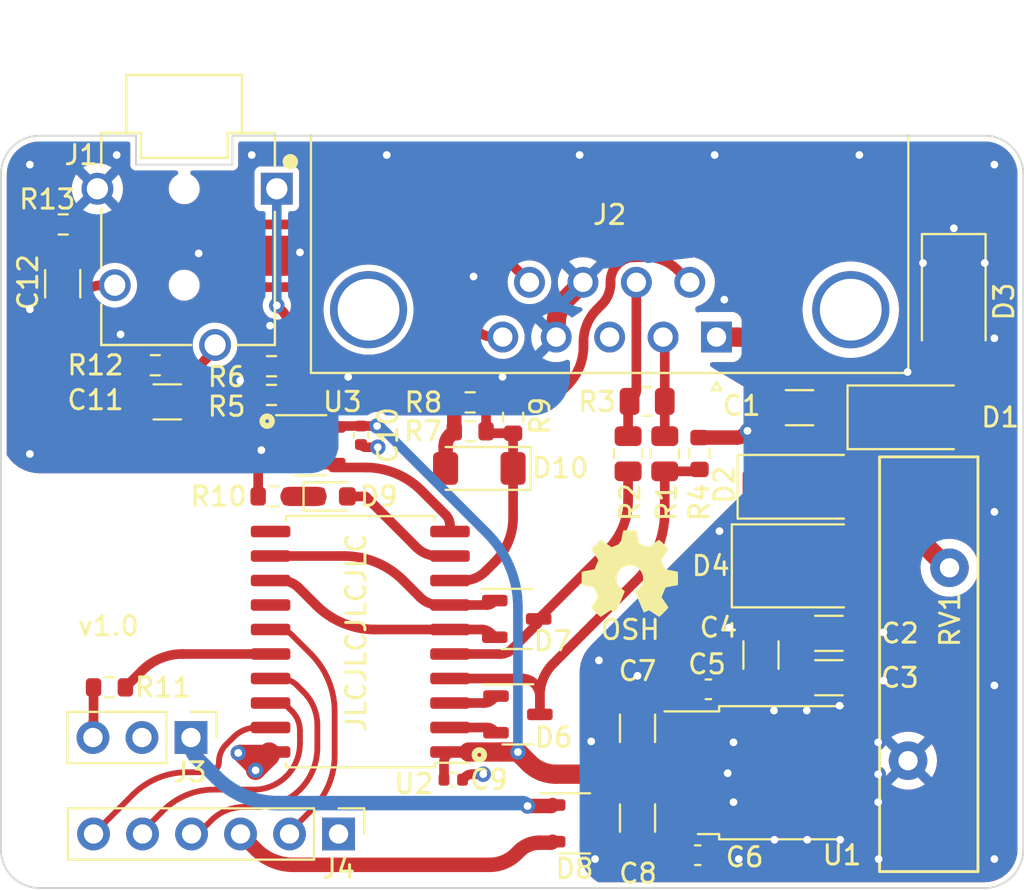
<source format=kicad_pcb>
(kicad_pcb (version 20221018) (generator pcbnew)
  (layers (0 "F.Cu" signal) (1 "In1.Cu" power) (2 "In2.Cu" power) (31 "B.Cu" signal) (34 "B.Paste" user) (35 "F.Paste" user) (36 "B.SilkS" user "B.Silkscreen") (37 "F.SilkS" user "F.Silkscreen") (38 "B.Mask" user) (39 "F.Mask" user) (44 "Edge.Cuts" user))
  (net 0 "")
  (net 1 "+12V")
  (net 2 "GND")
  (net 3 "AVCLAN_TX+")
  (net 4 "AVCLAN_BUS_TX+")
  (net 5 "AVCLAN_TX-")
  (net 6 "AVCLAN_BUS_TX-")
  (net 7 "IGN_SENSE")
  (net 8 "/12V_CLEAN")
  (net 9 "Net-(J2-IGN{slash}ACC)")
  (net 10 "Net-(D9-K)")
  (net 11 "+5V")
  (net 12 "UPDI")
  (net 13 "Net-(J3-Pin_3)")
  (net 14 "MIC_CONTROL")
  (net 15 "WOA")
  (net 16 "WOB")
  (net 17 "WOD")
  (net 18 "WOC")
  (net 19 "SERIAL_PWR")
  (net 20 "UPDI_PWR")
  (net 22 "/AC2 OUT")
  (net 23 "CTS")
  (net 24 "RTS")
  (net 25 "TxD")
  (net 26 "RxD")
  (net 28 "Net-(D1-A)")
  (net 29 "AUDIO_R")
  (net 30 "AUDIO_L")
  (net 31 "/AUDIO-L")
  (net 32 "/AUDIO-R")
  (net 33 "Net-(C11-Pad2)")
  (net 34 "Net-(C12-Pad2)")
  (net 35 "Net-(J1-S)")
  (footprint "Resistor_SMD:R_0603_1608Metric" (layer "F.Cu") (at 148.95 90.2 90)
    (fp_text reference "R9")
    (fp_text value "10k" hide)
  )
  (footprint "Resistor_SMD:R_0603_1608Metric" (layer "F.Cu") (at 136.425 87.550331 180)
    (fp_text reference "R6")
    (fp_text value "10k" hide)
  )
  (footprint "Capacitor_SMD:C_1206_3216Metric" (layer "F.Cu") (at 165.325 103.7)
    (fp_text reference "C3")
    (fp_text value "10u 50V" hide)
  )
  (footprint "LED_SMD:LED_0603_1608Metric" (layer "F.Cu") (at 139.571618 94.3)
    (fp_text reference "D9")
    (fp_text value "KT-0603R" hide)
  )
  (footprint "Capacitor_SMD:C_0603_1608Metric" (layer "F.Cu") (at 159.075 104.3)
    (fp_text reference "C5")
    (fp_text value "1u 50V" hide)
  )
  (footprint "Resistor_SMD:R_0805_2012Metric" (layer "F.Cu") (at 154.9125 92.0875 90)
    (fp_text reference "R2")
    (fp_text value "180" hide)
  )
  (footprint "Diode_SMD:D_SMB" (layer "F.Cu") (at 163.95 97.9)
    (fp_text reference "D4")
    (fp_text value "SM6T15A" hide)
  )
  (footprint "Diode_SMD:D_SMA" (layer "F.Cu") (at 164.1 93.8)
    (fp_text reference "D2")
    (fp_text value "SS210" hide)
  )
  (footprint "Varistor:RV_Disc_D21.5mm_W5.1mm_P10mm" (layer "F.Cu") (at 171.575 98 -90)
    (fp_text reference "RV1")
    (fp_text value "ERZ-V20D220 " hide)
  )
  (footprint "Package_TO_SOT_SMD:SOT-23-3" (layer "F.Cu") (at 149.2 105.6)
    (fp_text reference "D6")
    (fp_text value "BAT54C,215" hide)
  )
  (footprint "Capacitor_SMD:C_0402_1005Metric" (layer "F.Cu") (at 141.0625 91.13 -90)
    (fp_text reference "C10")
    (fp_text value "4u7" hide)
  )
  (footprint "Resistor_SMD:R_0603_1608Metric" (layer "F.Cu") (at 146.725 90.925)
    (fp_text reference "R7")
    (fp_text value "10k" hide)
  )
  (footprint "Package_TO_SOT_SMD:TO-252-3_TabPin2" (layer "F.Cu") (at 162.94 108.625)
    (fp_text reference "U1")
    (fp_text value "XC6701D502JR-G" hide)
  )
  (footprint "Capacitor_SMD:C_1206_3216Metric" (layer "F.Cu") (at 163.8 89.7 180)
    (fp_text reference "C1")
    (fp_text value "1n 100V" hide)
  )
  (footprint "Capacitor_SMD:C_1206_3216Metric" (layer "F.Cu") (at 131.025 89.4 180)
    (fp_text reference "C11")
    (fp_text value "47u 10V" hide)
  )
  (footprint "Diode_SMD:D_MiniMELF" (layer "F.Cu") (at 147.2 92.85 180)
    (fp_text reference "D10")
    (fp_text value "3V3" hide)
  )
  (footprint "Resistor_SMD:R_0603_1608Metric" (layer "F.Cu") (at 130.4 87.5)
    (fp_text reference "R12")
    (fp_text value "15" hide)
  )
  (footprint "Resistor_SMD:R_0603_1608Metric" (layer "F.Cu") (at 128.025 104.2 180)
    (fp_text reference "R11")
    (fp_text value "470" hide)
  )
  (footprint "Resistor_SMD:R_0805_2012Metric" (layer "F.Cu") (at 155.9 89.375)
    (fp_text reference "R3")
    (fp_text value "120" hide)
  )
  (footprint "Capacitor_SMD:C_0402_1005Metric" (layer "F.Cu") (at 145.848236 108.985)
    (fp_text reference "C9")
    (fp_text value "4u7")
  )
  (footprint "Connector_PinHeader_2.54mm:PinHeader_1x06_P2.54mm_Vertical" (layer "F.Cu") (at 139.9 111.8 -90)
    (fp_text reference "J4")
    (fp_text value "Conn_01x06" hide)
  )
  (footprint "Package_TO_SOT_SMD:SOT-23-3" (layer "F.Cu") (at 152.1375 111.25)
    (fp_text reference "D8")
    (fp_text value "BAT54C,215" hide)
  )
  (footprint "Package_SO:SOIC-20W_7.5x12.8mm_P1.27mm" (layer "F.Cu") (at 141.028236 101.835 180)
    (fp_text reference "U2")
    (fp_text value "ATtiny3216" hide)
  )
  (footprint "Resistor_SMD:R_0603_1608Metric" (layer "F.Cu") (at 125.625 80.2 180)
    (fp_text reference "R13")
    (fp_text value "15" hide)
  )
  (footprint "Diode_SMD:D_SMA" (layer "F.Cu") (at 169.8 90.2)
    (fp_text reference "D1")
    (fp_text value "SS210" hide)
  )
  (footprint "cui_audio:CUI_SJ-43514" (layer "F.Cu") (at 131.9 80.95 -90)
    (fp_text reference "J1")
    (fp_text value "Audio In" hide)
  )
  (footprint "Capacitor_SMD:C_1206_3216Metric" (layer "F.Cu") (at 165.325 101.4)
    (fp_text reference "C2")
    (fp_text value "10u 50V" hide)
  )
  (footprint "Package_TO_SOT_SMD:SOT-23-3" (layer "F.Cu") (at 149.1375 100.65)
    (fp_text reference "D7")
    (fp_text value "BAT54A,215" hide)
  )
  (footprint "Connector_Dsub:DSUB-9_Male_Horizontal_P2.77x2.84mm_EdgePinOffset7.70mm_Housed_MountingHolesOffset9.12mm" (layer "F.Cu") (at 159.495 86.04 180)
    (fp_text reference "J2")
    (fp_text value "DB9" hide)
  )
  (footprint "cui_audio:LOGO" (layer "F.Cu") (at 155 98.3)
    (fp_text reference "G***" hide)
    (fp_text value "LOGO" hide)
  )
  (footprint "Capacitor_SMD:C_1206_3216Metric" (layer "F.Cu") (at 155.4 106.325 90)
    (fp_text reference "C7")
    (fp_text value "47u 10V" hide)
  )
  (footprint "Capacitor_SMD:C_0603_1608Metric" (layer "F.Cu") (at 158.525 112.9)
    (fp_text reference "C6")
    (fp_text value "1u 50V" hide)
  )
  (footprint "Resistor_SMD:R_0603_1608Metric" (layer "F.Cu") (at 158.6125 92.075 90)
    (fp_text reference "R4")
    (fp_text value "10k" hide)
  )
  (footprint "Package_TO_SOT_SMD:SOT-23-5" (layer "F.Cu") (at 138.4625 91.65)
    (fp_text reference "U3")
    (fp_text value "74LVC1G66" hide)
  )
  (footprint "Connector_PinHeader_2.54mm:PinHeader_1x03_P2.54mm_Vertical" (layer "F.Cu") (at 132.25 106.8 -90)
    (fp_text reference "J3")
    (fp_text value "Conn_01x03" hide)
  )
  (footprint "Resistor_SMD:R_0603_1608Metric" (layer "F.Cu") (at 136.559118 94.3 180)
    (fp_text reference "R10")
    (fp_text value "470" hide)
  )
  (footprint "Resistor_SMD:R_0603_1608Metric" (layer "F.Cu") (at 136.425 89.040331 180)
    (fp_text reference "R5")
    (fp_text value "10k" hide)
  )
  (footprint "Capacitor_SMD:C_1206_3216Metric" (layer "F.Cu") (at 155.4 110.975 -90)
    (fp_text reference "C8")
    (fp_text value "47u 10V" hide)
  )
  (footprint "Diode_SMD:D_SMA" (layer "F.Cu") (at 171.795 84.209669 -90)
    (fp_text reference "D3")
    (fp_text value "1SMAF4742A" hide)
  )
  (footprint "Capacitor_SMD:C_1206_3216Metric" (layer "F.Cu") (at 125.6 83.275 90)
    (fp_text reference "C12")
    (fp_text value "47u 10V" hide)
  )
  (footprint "Resistor_SMD:R_0805_2012Metric" (layer "F.Cu") (at 156.8125 92.0875 90)
    (fp_text reference "R1")
    (fp_text value "180" hide)
  )
  (footprint "Capacitor_SMD:C_1206_3216Metric" (layer "F.Cu") (at 161.8 102.525 90)
    (fp_text reference "C4")
    (fp_text value "10u 50V" hide)
  )
  (footprint "Resistor_SMD:R_0603_1608Metric" (layer "F.Cu") (at 146.725 89.425)
    (fp_text reference "R8")
    (fp_text value "10k" hide)
  )
  (gr_circle (center 147.2 107.7) (end 147.2 107.6) (stroke (width 0.3)) (fill none) (layer "F.SilkS"))
  (gr_circle (center 136.2 90.4) (end 136.2 90.3) (stroke (width 0.3)) (fill none) (layer "F.SilkS"))
  (gr_line locked (start 122.4 112.6) (end 122.4 77.6) (stroke (width 0.1)) (layer "Edge.Cuts"))
  (gr_arc locked (start 173.4 75.6) (mid 174.814214 76.185786) (end 175.4 77.6) (stroke (width 0.1)) (layer "Edge.Cuts"))
  (gr_line locked (start 129.4 75.6) (end 129.4 77.1) (stroke (width 0.1)) (layer "Edge.Cuts"))
  (gr_line locked (start 124.4 75.6) (end 129.4 75.6) (stroke (width 0.1)) (layer "Edge.Cuts"))
  (gr_line locked (start 129.4 77.1) (end 134.4 77.1) (stroke (width 0.1)) (layer "Edge.Cuts"))
  (gr_line locked (start 134.4 75.6) (end 173.4 75.6) (stroke (width 0.1)) (layer "Edge.Cuts"))
  (gr_arc locked (start 122.4 77.6) (mid 122.985786 76.185786) (end 124.4 75.6) (stroke (width 0.1)) (layer "Edge.Cuts"))
  (gr_line locked (start 134.4 77.1) (end 134.4 75.6) (stroke (width 0.1)) (layer "Edge.Cuts"))
  (gr_line locked (start 173.4 114.6) (end 124.4 114.6) (stroke (width 0.1)) (layer "Edge.Cuts"))
  (gr_line locked (start 175.4 77.6) (end 175.4 112.6) (stroke (width 0.1)) (layer "Edge.Cuts"))
  (gr_arc locked (start 124.4 114.6) (mid 122.985786 114.014214) (end 122.4 112.6) (stroke (width 0.1)) (layer "Edge.Cuts"))
  (gr_arc locked (start 175.4 112.6) (mid 174.814214 114.014214) (end 173.4 114.6) (stroke (width 0.1)) (layer "Edge.Cuts"))
  (gr_text "JLCJLCJLCJLC" (at 141.4 106.6 90) (layer "F.SilkS") (effects (font (size 1 1) (thickness 0.155)) (justify left bottom)))
  (gr_text "OSH" (at 153.4 101.8) (layer "F.SilkS") (effects (font (size 1 1) (thickness 0.155)) (justify left bottom)))
  (gr_text "v1.0" (at 126.3 101.6) (layer "F.SilkS") (effects (font (size 1 1) (thickness 0.155)) (justify left bottom)))
  (segment (start 160.555 86.04) (end 159.495 86.04) (width 1) (layer "F.Cu") (net 1))
  (segment (start 171.525 98) (end 171.575 98) (width 1) (layer "F.Cu") (net 1))
  (segment (start 165.025 89.45) (end 165.525 89.95) (width 1) (layer "F.Cu") (net 1))
  (segment (start 166.128553 90.2) (end 167.375735 90.2) (width 1) (layer "F.Cu") (net 1))
  (segment (start 171.439644 97.964644) (end 169.858407 96.383407) (width 1) (layer "F.Cu") (net 1))
  (segment (start 168.4 91.224264) (end 168.4 92.65) (width 1) (layer "F.Cu") (net 1))
  (segment (start 168.4 91.224264) (end 168.4 92.8625) (width 1) (layer "F.Cu") (net 1))
  (segment (start 167.25 93.8) (end 166.1 93.8) (width 1) (layer "F.Cu") (net 1))
  (segment (start 162.364533 86.789533) (end 165.025 89.45) (width 1) (layer "F.Cu") (net 1))
  (arc (start 168.1 90.5) (mid 167.767704 90.277967) (end 167.375735 90.2) (width 1) (layer "F.Cu") (net 1))
  (arc (start 168.4 92.8625) (mid 168.779027 94.768001) (end 169.858407 96.383407) (width 1) (layer "F.Cu") (net 1))
  (arc (start 162.364533 86.789533) (mid 161.534312 86.234797) (end 160.555 86.04) (width 1) (layer "F.Cu") (net 1))
  (arc (start 171.439644 97.964644) (mid 171.478805 97.990811) (end 171.525 98) (width 1) (layer "F.Cu") (net 1))
  (arc (start 168.4 92.65) (mid 168.063172 93.463172) (end 167.25 93.8) (width 1) (layer "F.Cu") (net 1))
  (arc (start 168.4 91.224264) (mid 168.322032 90.832295) (end 168.1 90.5) (width 1) (layer "F.Cu") (net 1))
  (arc (start 165.525 89.95) (mid 165.801912 90.135027) (end 166.128553 90.2) (width 1) (layer "F.Cu") (net 1))
  (arc (start 168.4 91.224264) (mid 168.4 91.224264) (end 168.4 91.224264) (width 1) (layer "F.Cu") (net 1))
  (arc (start 168.1 90.5) (mid 168.322032 90.832295) (end 168.4 91.224264) (width 1) (layer "F.Cu") (net 1))
  (segment (start 137.325 92.6) (end 137.325 91.9) (width 1) (layer "F.Cu") (net 2))
  (segment (start 162.5 107.075) (end 162.525 107.1) (width 0.5) (layer "F.Cu") (net 2))
  (segment (start 135.6 108.5) (end 136.317508 107.782491) (width 1) (layer "F.Cu") (net 2))
  (segment (start 155.45 103.6) (end 155.4 103.6) (width 1) (layer "F.Cu") (net 2))
  (segment (start 164.2375 108.6625) (end 164.2125 108.6375) (width 0.5) (layer "F.Cu") (net 2))
  (segment (start 164.175 108.582322) (end 164.175 105.4) (width 0.5) (layer "F.Cu") (net 2))
  (segment (start 165.892677 110.15) (end 167.875 110.15) (width 0.5) (layer "F.Cu") (net 2))
  (segment (start 134.725 107.575) (end 134.7 107.6) (width 0.75) (layer "F.Cu") (net 2))
  (segment (start 161.1 90.9125) (end 161.1 90.9) (width 0.75) (layer "F.Cu") (net 2))
  (segment (start 160.064644 101.05) (end 159.935355 101.05) (width 1) (layer "F.Cu") (net 2))
  (segment (start 155.4 103.7) (end 155.4 104.85) (width 1) (layer "F.Cu") (net 2))
  (segment (start 155.4 103.7) (end 155.4 103.7) (width 1) (layer "F.Cu") (net 2))
  (segment (start 159.864644 101.05) (end 158.975 101.05) (width 1) (layer "F.Cu") (net 2))
  (segment (start 134.8 88.3) (end 135.6 87.31) (width 1) (layer "F.Cu") (net 2))
  (segment (start 160.235355 101.05) (end 161.8 101.05) (width 1) (layer "F.Cu") (net 2))
  (segment (start 160.175 101.075) (end 160.15 101.1) (width 1) (layer "F.Cu") (net 2))
  (segment (start 160.375 110.15) (end 162.507322 110.15) (width 0.5) (layer "F.Cu") (net 2))
  (segment (start 164.1875 108.6125) (end 164.2125 108.6375) (width 0.5) (layer "F.Cu") (net 2))
  (segment (start 162.475 107.014644) (end 162.475 105.4) (width 0.5) (layer "F.Cu") (net 2))
  (segment (start 160.0875 108.6375) (end 160.075 108.65) (width 1) (layer "F.Cu") (net 2))
  (segment (start 145.9 90.925) (end 145.9 89.425) (width 0.75) (layer "F.Cu") (net 2))
  (segment (start 166.1 100.205025) (end 166.1 97.9) (width 1) (layer "F.Cu") (net 2))
  (segment (start 145.675 91.15) (end 145.9 90.925) (width 0.75) (layer "F.Cu") (net 2))
  (segment (start 141.1325 91.68) (end 141.0625 91.61) (width 0.5) (layer "F.Cu") (net 2))
  (segment (start 165.9 110.192677) (end 165.9 112.1) (width 0.5) (layer "F.Cu") (net 2))
  (segment (start 161.1125 90.9) (end 161.1 90.9) (width 0.75) (layer "F.Cu") (net 2))
  (segment (start 159.875 101.075) (end 159.85 101.1) (width 1) (layer "F.Cu") (net 2))
  (segment (start 160.125 101.075) (end 160.15 101.1) (width 1) (layer "F.Cu") (net 2))
  (segment (start 159.864644 101.05) (end 159.935355 101.05) (width 1) (layer "F.Cu") (net 2))
  (segment (start 135.734118 93.026776) (end 135.734118 94.3) (width 0.5) (layer "F.Cu") (net 2))
  (segment (start 145.45 91.693198) (end 145.45 92.85) (width 0.75) (layer "F.Cu") (net 2))
  (segment (start 151.69942 84.070579) (end 152.57 83.2) (width 1) (layer "F.Cu") (net 2))
  (segment (start 134.7 107.6) (end 135.6 108.5) (width 0.75) (layer "F.Cu") (net 2))
  (segment (start 161.091161 90.933838) (end 160.9375 91.0875) (width 0.75) (layer "F.Cu") (net 2))
  (segment (start 141.301494 91.75) (end 141.9375 91.75) (width 0.5) (layer "F.Cu") (net 2))
  (segment (start 160.54519 91.25) (end 158.6125 91.25) (width 0.75) (layer "F.Cu") (net 2))
  (segment (start 135.6 89.040331) (end 135.6 87.550331) (width 0.5) (layer "F.Cu") (net 2))
  (segment (start 134.785355 107.55) (end 136.292354 107.55) (width 0.75) (layer "F.Cu") (net 2))
  (segment (start 159.85 106.153768) (end 159.85 104.3) (width 0.5) (layer "F.Cu") (net 2))
  (segment (start 161.133838 90.891161) (end 162.325 89.7) (width 0.75) (layer "F.Cu") (net 2))
  (segment (start 160.117677 108.625) (end 164.182322 108.625) (width 1) (layer "F.Cu") (net 2))
  (segment (start 146.470736 108.8425) (end 146.328236 108.985) (width 0.5) (layer "F.Cu") (net 2))
  (segment (start 165.875 105.15) (end 165.875 107.064644) (width 0.5) (layer "F.Cu") (net 2))
  (segment (start 160.375 107.05) (end 162.439644 107.05) (width 0.5) (layer "F.Cu") (net 2))
  (segment (start 162.5 112.1) (end 162.5 110.192677) (width 0.5) (layer "F.Cu") (net 2))
  (segment (start 166.8 101.894974) (end 166.8 103.7) (width 1) (layer "F.Cu") (net 2))
  (segment (start 147.4 108.7) (end 146.814761 108.7) (width 0.5) (layer "F.Cu") (net 2))
  (segment (start 164.328033 108.7) (end 167.875 108.7) (width 0.5) (layer "F.Cu") (net 2))
  (segment (start 134.8 88.3) (end 135.6 88.8) (width 1) (layer "F.Cu") (net 2))
  (segment (start 137.325 92.6) (end 136.160894 92.6) (width 0.5) (layer "F.Cu") (net 2))
  (segment (start 157.395926 101.704073) (end 155.535355 103.564644) (width 1) (layer "F.Cu") (net 2))
  (segment (start 165.960355 107.05) (end 167.875 107.05) (width 0.5) (layer "F.Cu") (net 2))
  (segment (start 160.375 107.05) (end 160.1125 106.7875) (width 0.5) (layer "F.Cu") (net 2))
  (segment (start 151.185 85.3125) (end 151.185 86.04) (width 1) (layer "F.Cu") (net 2))
  (segment (start 160.0625 108.6375) (end 160.075 108.65) (width 1) (layer "F.Cu") (net 2))
  (segment (start 155.4 103.7) (end 155.4 103.6) (width 1) (layer "F.Cu") (net 2))
  (segment (start 164.2125 108.6375) (end 165.3 109.725) (width 1) (layer "F.Cu") (net 2))
  (segment (start 164.2 108.642677) (end 164.2 112.1) (width 0.5) (layer "F.Cu") (net 2))
  (segment (start 160.032322 108.625) (end 157.9 108.625) (width 1) (layer "F.Cu") (net 2))
  (via (at 146.9 82.9) (size 0.8) (drill 0.4) (layers "F.Cu" "B.Cu") (net 2))
  (via (at 132.65 81.7) (size 0.8) (drill 0.4) (layers "F.Cu" "B.Cu") (net 2))
  (via (at 136.35 85.45) (size 0.8) (drill 0.4) (layers "F.Cu" "B.Cu") (net 2))
  (via (at 173.9 95.1) (size 0.8) (drill 0.4) (layers "F.Cu" "B.Cu") (net 2))
  (via (at 160.15 101.1) (size 0.8) (drill 0.4) (layers "F.Cu" "B.Cu") (net 2))
  (via (at 128.4 76.6) (size 0.8) (drill 0.4) (layers "F.Cu" "B.Cu") (net 2))
  (via (at 147.4 108.7) (size 0.8) (drill 0.4) (layers "F.Cu" "B.Cu") (net 2))
  (via (at 137.9 81.65) (size 0.8) (drill 0.4) (layers "F.Cu" "B.Cu") (net 2))
  (via (at 167.9 113.1) (size 0.8) (drill 0.4) (layers "F.Cu" "B.Cu") (net 2))
  (via (at 173.9 77.1) (size 0.8) (drill 0.4) (layers "F.Cu" "B.Cu") (net 2))
  (via (at 173.9 104.1) (size 0.8) (drill 0.4) (layers "F.Cu" "B.Cu") (net 2))
  (via (at 134.7 107.6) (size 0.8) (drill 0.4) (layers "F.Cu" "B.Cu") (net 2))
  (via (at 141.9375 91.75) (size 0.8) (drill 0.4) (layers "F.Cu" "B.Cu") (net 2))
  (via (at 135.6 108.5) (size 0.8) (drill 0.4) (layers "F.Cu" "B.Cu") (net 2))
  (via (at 134.8 88.3) (size 0.8) (drill 0.4) (layers "F.Cu" "B.Cu") (net 2))
  (via (at 173.9 86.1) (size 0.8) (drill 0.4) (layers "F.Cu" "B.Cu") (net 2))
  (via (at 168.15 103.85) (size 0.8) (drill 0.4) (layers "F.Cu" "B.Cu") (net 2))
  (via (at 148.4 88.1) (size 0.8) (drill 0.4) (layers "F.Cu" "B.Cu") (net 2))
  (via (at 169.4 87.85) (size 0.8) (drill 0.4) (layers "F.Cu" "B.Cu") (net 2))
  (via (at 170.2 82.2) (size 0.8) (drill 0.4) (layers "F.Cu" "B.Cu") (net 2))
  (via (at 164.2 112.1) (size 0.8) (drill 0.4) (layers "F.Cu" "B.Cu") (net 2))
  (via (at 160.65 113.1) (size 0.8) (drill 0.4) (layers "F.Cu" "B.Cu") (net 2))
  (via (at 164.175 105.4) (size 0.8) (drill 0.4) (layers "F.Cu" "B.Cu") (net 2))
  (via (at 128.6 85.9) (size 0.8) (drill 0.4) (layers "F.Cu" "B.Cu") (net 2))
  (via (at 167.875 108.7) (size 0.8) (drill 0.4) (layers "F.Cu" "B.Cu") (net 2))
  (via (at 123.9 84.6) (size 0.8) (drill 0.4) (layers "F.Cu" "B.Cu") (net 2))
  (via (at 166.9 76.6) (size 0.8) (drill 0.4) (layers "F.Cu" "B.Cu") (net 2))
  (via (at 159.9 84.1) (size 0.8) (drill 0.4) (layers "F.Cu" "B.Cu") (net 2))
  (via (at 168.15 101.35) (size 0.8) (drill 0.4) (layers "F.Cu" "B.Cu") (net 2))
  (via (at 159.4 76.6) (size 0.8) (drill 0.4) (layers "F.Cu" "B.Cu") (net 2))
  (via (at 165.9 112.1) (size 0.8) (drill 0.4) (layers "F.Cu" "B.Cu") (net 2))
  (via (at 153.2 113.1) (size 0.8) (drill 0.4) (layers "F.Cu" "B.Cu") (net 2))
  (via (at 160.075 108.65) (size 0.8) (drill 0.4) (layers "F.Cu" "B.Cu") (net 2))
  (via (at 152.4 76.6) (size 0.8) (drill 0.4) (layers "F.Cu" "B.Cu") (net 2))
  (via (at 167.875 110.15) (size 0.8) (drill 0.4) (layers "F.Cu" "B.Cu") (net 2))
  (via (at 167.875 107.05) (size 0.8) (drill 0.4) (layers "F.Cu" "B.Cu") (net 2))
  (via (at 171.8 80.4) (size 0.8) (drill 0.4) (layers "F.Cu" "B.Cu") (net 2))
  (via (at 123.9 92.1) (size 0.8) (drill 0.4) (layers "F.Cu" "B.Cu") (net 2))
  (via (at 155.4 103.6) (size 0.8) (drill 0.4) (layers "F.Cu" "B.Cu") (net 2))
  (via (at 135.4 76.6) (size 0.8) (drill 0.4) (layers "F.Cu" "B.Cu") (net 2))
  (via (at 142.4 76.6) (size 0.8) (drill 0.4) (layers "F.Cu" "B.Cu") (net 2))
  (via (at 173.4 82.2) (size 0.8) (drill 0.4) (layers "F.Cu" "B.Cu") (net 2))
  (via (at 162.5 112.1) (size 0.8) (drill 0.4) (layers "F.Cu" "B.Cu") (net 2))
  (via (at 159.65 96.1) (size 0.8) (drill 0.4) (layers "F.Cu" "B.Cu") (net 2))
  (via (at 135.9 91.9) (size 0.8) (drill 0.4) (layers "F.Cu" "B.Cu") (net 2))
  (via (at 160.375 110.15) (size 0.8) (drill 0.4) (layers "F.Cu" "B.Cu") (net 2))
  (via (at 153 107) (size 0.8) (drill 0.4) (layers "F.Cu" "B.Cu") (net 2))
  (via (at 173.9 113.1) (size 0.8) (drill 0.4) (layers "F.Cu" "B.Cu") (net 2))
  (via (at 123.9 77.1) (size 0.8) (drill 0.4) (layers "F.Cu" "B.Cu") (net 2))
  (via (at 140.4 88.1) (size 0.8) (drill 0.4) (layers "F.Cu" "B.Cu") (net 2))
  (via (at 153.4 102.8) (size 0.8) (drill 0.4) (layers "F.Cu" "B.Cu") (net 2))
  (via (at 161.1 90.9) (size 0.8) (drill 0.4) (layers "F.Cu" "B.Cu") (net 2))
  (via (at 162.475 105.4) (size 0.8) (drill 0.4) (layers "F.Cu" "B.Cu") (net 2))
  (via (at 160.375 107.05) (size 0.8) (drill 0.4) (layers "F.Cu" "B.Cu") (net 2))
  (via (at 165.875 105.15) (size 0.8) (drill 0.4) (layers "F.Cu" "B.Cu") (net 2))
  (arc (start 151.69942 84.070579) (mid 151.318693 84.640377) (end 151.185 85.3125) (width 1) (layer "F.Cu") (net 2))
  (arc (start 164.2125 108.6375) (mid 164.2125 108.6375) (end 164.2125 108.6375) (width 0.5) (layer "F.Cu") (net 2))
  (arc (start 160.125 101.075) (mid 160.097308 101.056497) (end 160.064644 101.05) (width 1) (layer "F.Cu") (net 2))
  (arc (start 164.2 108.642677) (mid 164.194822 108.630177) (end 164.182322 108.625) (width 0.5) (layer "F.Cu") (net 2))
  (arc (start 165.875 107.064644) (mid 165.88404 107.078174) (end 165.9 107.075) (width 0.5) (layer "F.Cu") (net 2))
  (arc (start 146.814761 108.7) (mid 146.628576 108.737034) (end 146.470736 108.8425) (width 0.5) (layer "F.Cu") (net 2))
  (arc (start 160.117677 108.625) (mid 160.101345 108.628248) (end 160.0875 108.6375) (width 1) (layer "F.Cu") (net 2))
  (arc (start 136.378236 107.635882) (mid 136.353081 107.575154) (end 136.292354 107.55) (width 1) (layer "F.Cu") (net 2))
  (arc (start 159.935355 101.05) (mid 159.902691 101.056497) (end 159.875 101.075) (width 1) (layer "F.Cu") (net 2))
  (arc (start 164.2125 108.6375) (mid 164.20452 108.635912) (end 164.2 108.642677) (width 1) (layer "F.Cu") (net 2))
  (arc (start 161.1 90.9125) (mid 161.097702 90.924048) (end 161.091161 90.933838) (width 0.75) (layer "F.Cu") (net 2))
  (arc (start 159.875 101.075) (mid 159.878174 101.05904) (end 159.864644 101.05) (width 1) (layer "F.Cu") (net 2))
  (arc (start 164.2375 108.6625) (mid 164.279036 108.690254) (end 164.328033 108.7) (width 0.5) (layer "F.Cu") (net 2))
  (arc (start 165.960355 107.05) (mid 165.927691 107.056497) (end 165.9 107.075) (width 0.5) (layer "F.Cu") (net 2))
  (arc (start 160.235355 101.05) (mid 160.202691 101.056497) (end 160.175 101.075) (width 1) (layer "F.Cu") (net 2))
  (arc (start 160.0625 108.6375) (mid 160.048654 108.628248) (end 160.032322 108.625) (width 1) (layer "F.Cu") (net 2))
  (arc (start 164.182322 108.625) (mid 164.189087 108.620479) (end 164.1875 108.6125) (width 1) (layer "F.Cu") (net 2))
  (arc (start 159.85 106.153768) (mid 159.918221 106.496741) (end 160.1125 106.7875) (width 0.5) (layer "F.Cu") (net 2))
  (arc (start 166.1 100.205025) (mid 166.190962 100.662322) (end 166.45 101.05) (width 1) (layer "F.Cu") (net 2))
  (arc (start 166.45 101.05) (mid 166.709037 101.437677) (end 166.8 101.894974) (width 1) (layer "F.Cu") (net 2))
  (arc (start 162.5125 110.1625) (mid 162.514087 110.15452) (end 162.507322 110.15) (width 0.5) (layer "F.Cu") (net 2))
  (arc (start 161.133838 90.891161) (mid 161.124048 90.897702) (end 161.1125 90.9) (width 0.75) (layer "F.Cu") (net 2))
  (arc (start 136.160894 92.6) (mid 135.997574 92.632486) (end 135.859118 92.725) (width 0.5) (layer "F.Cu") (net 2))
  (arc (start 145.675 91.15) (mid 145.508475 91.399221) (end 145.45 91.693198) (width 0.75) (layer "F.Cu") (net 2))
  (arc (start 134.785355 107.55) (mid 134.752691 107.556497) (end 134.725 107.575) (width 0.75) (layer "F.Cu") (net 2))
  (arc (start 162.5 107.075) (mid 162.472308 107.056497) (end 162.439644 107.05) (width 0.5) (layer "F.Cu") (net 2))
  (arc (start 155.535355 103.564644) (mid 155.496193 103.590811) (end 155.45 103.6) (width 1) (layer "F.Cu") (net 2))
  (arc (start 162.439644 107.05) (mid 162.464644 107.039644) (end 162.475 107.014644) (width 0.5) (layer "F.Cu") (net 2))
  (arc (start 162.5125 110.1625) (mid 162.503248 110.176345) (end 162.5 110.192677) (width 0.5) (layer "F.Cu") (net 2))
  (arc (start 165.8875 110.1625) (mid 165.896751 110.176345) (end 165.9 110.192677) (width 0.5) (layer "F.Cu") (net 2))
  (arc (start 155.4 103.7) (mid 155.4 103.7) (end 155.4 103.7) (width 1) (layer "F.Cu") (net 2))
  (arc (start 162.475 107.014644) (mid 162.481497 107.047308) (end 162.5 107.075) (width 0.5) (layer "F.Cu") (net 2))
  (arc (start 135.859118 92.725) (mid 135.766604 92.863456) (end 135.734118 93.026776) (width 0.5) (layer "F.Cu") (net 2))
  (arc (start 160.9375 91.0875) (mid 160.757506 91.207767) (end 160.54519 91.25) (width 0.75) (layer "F.Cu") (net 2))
  (arc (start 165.892677 110.15) (mid 165.885912 110.15452) (end 165.8875 110.1625) (width 0.5) (layer "F.Cu") (net 2))
  (arc (start 158.975 101.05) (mid 158.120411 101.219988) (end 157.395926 101.704073) (width 1) (layer "F.Cu") (net 2))
  (arc (start 155.4 103.7) (mid 155.4 103.7) (end 155.4 103.7) (width 1) (layer "F.Cu") (net 2))
  (arc (start 164.175 108.582322) (mid 164.178248 108.598654) (end 164.1875 108.6125) (width 0.5) (layer "F.Cu") (net 2))
  (arc (start 141.1325 91.68) (mid 141.210035 91.731807) (end 141.301494 91.75) (width 0.5) (layer "F.Cu") (net 2))
  (arc (start 136.378236 107.635882) (mid 136.362453 107.715226) (end 136.317508 107.782491) (width 1) (layer "F.Cu") (net 2))
  (segment (start 155.331995 98.668004) (end 151.022509 102.97749) (width 0.5) (layer "F.Cu") (net 3))
  (segment (start 150.3375 105.6) (end 150.3375 104.63125) (width 0.5) (layer "F.Cu") (net 3))
  (segment (start 156.8125 95.09375) (end 156.8125 93) (width 0.5) (layer "F.Cu") (net 3))
  (segment (start 149.4075 103.74) (end 145.678236 103.74) (width 0.5) (layer "F.Cu") (net 3))
  (segment (start 150.3375 104.67) (end 150.3375 105.6) (width 0.5) (layer "F.Cu") (net 3))
  (segment (start 158.441789 93) (end 156.8125 93) (width 0.5) (layer "F.Cu") (net 3))
  (segment (start 158.5625 92.95) (end 158.6125 92.9) (width 0.5) (layer "F.Cu") (net 3))
  (arc (start 151.022509 102.97749) (mid 150.515528 103.736241) (end 150.3375 104.63125) (width 0.5) (layer "F.Cu") (net 3))
  (arc (start 150.3375 104.67) (mid 150.065109 104.01239) (end 149.4075 103.74) (width 0.5) (layer "F.Cu") (net 3))
  (arc (start 158.5625 92.95) (mid 158.507117 92.987005) (end 158.441789 93) (width 0.5) (layer "F.Cu") (net 3))
  (arc (start 156.8125 95.09375) (mid 156.427729 97.028122) (end 155.331995 98.668004) (width 0.5) (layer "F.Cu") (net 3))
  (segment (start 156.8125 89.375) (end 156.8125 91.175) (width 0.5) (layer "F.Cu") (net 4))
  (segment (start 156.76875 86.08375) (end 156.725 86.04) (width 0.5) (layer "F.Cu") (net 4))
  (segment (start 156.8125 86.189371) (end 156.8125 89.375) (width 0.5) (layer "F.Cu") (net 4))
  (arc (start 156.76875 86.08375) (mid 156.801129 86.132209) (end 156.8125 86.189371) (width 0.5) (layer "F.Cu") (net 4))
  (segment (start 148.288776 102.47) (end 145.678236 102.47) (width 0.5) (layer "F.Cu") (net 5))
  (segment (start 154.9125 94.50625) (end 154.9125 93) (width 0.5) (layer "F.Cu") (net 5))
  (segment (start 148.890102 102.220923) (end 150.209229 100.901798) (width 0.5) (layer "F.Cu") (net 5))
  (segment (start 150.34077 100.584229) (end 153.84742 97.077579) (width 0.5) (layer "F.Cu") (net 5))
  (arc (start 154.9125 94.50625) (mid 154.635694 95.897843) (end 153.84742 97.077579) (width 0.5) (layer "F.Cu") (net 5))
  (arc (start 148.890102 102.220923) (mid 148.614211 102.405267) (end 148.288776 102.47) (width 0.5) (layer "F.Cu") (net 5))
  (arc (start 150.34077 100.584229) (mid 150.292093 100.65708) (end 150.275 100.743014) (width 0.5) (layer "F.Cu") (net 5))
  (arc (start 150.275 100.743014) (mid 150.257906 100.828947) (end 150.209229 100.901798) (width 0.5) (layer "F.Cu") (net 5))
  (segment (start 155.34 88.773244) (end 155.34 83.2) (width 0.5) (layer "F.Cu") (net 6))
  (segment (start 155.025 89.3375) (end 155.16375 89.19875) (width 0.5) (layer "F.Cu") (net 6))
  (segment (start 155.025 89.3375) (end 154.95 89.4125) (width 0.5) (layer "F.Cu") (net 6))
  (segment (start 154.9125 89.503033) (end 154.9125 91.175) (width 0.5) (layer "F.Cu") (net 6))
  (arc (start 155.34 88.773244) (mid 155.294194 89.003526) (end 155.16375 89.19875) (width 0.5) (layer "F.Cu") (net 6))
  (arc (start 154.95 89.4125) (mid 154.922245 89.454036) (end 154.9125 89.503033) (width 0.5) (layer "F.Cu") (net 6))
  (segment (start 148.95 91.025) (end 147.72071 91.025) (width 0.5) (layer "F.Cu") (net 7))
  (segment (start 147.521456 98.178543) (end 147.995 97.705) (width 0.5) (layer "F.Cu") (net 7))
  (segment (start 148.95 92.85) (end 148.95 95.399426) (width 0.5) (layer "F.Cu") (net 7))
  (segment (start 147.55 90.854289) (end 147.55 89.425) (width 0.5) (layer "F.Cu") (net 7))
  (segment (start 148.95 91.025) (end 148.95 92.85) (width 0.5) (layer "F.Cu") (net 7))
  (segment (start 146.359118 98.66) (end 145.678236 98.66) (width 0.5) (layer "F.Cu") (net 7))
  (arc (start 147.55 90.854289) (mid 147.562994 90.919617) (end 147.6 90.975) (width 0.5) (layer "F.Cu") (net 7))
  (arc (start 147.6 90.975) (mid 147.655382 91.012005) (end 147.72071 91.025) (width 0.5) (layer "F.Cu") (net 7))
  (arc (start 147.521456 98.178543) (mid 146.98817 98.534873) (end 146.359118 98.66) (width 0.5) (layer "F.Cu") (net 7))
  (arc (start 148.95 95.399426) (mid 148.701803 96.647193) (end 147.995 97.705) (width 0.5) (layer "F.Cu") (net 7))
  (segment (start 157.9 104.982842) (end 157.9 106.345) (width 1) (layer "F.Cu") (net 8))
  (segment (start 163.85 100.675) (end 163.85 101.4) (width 1) (layer "F.Cu") (net 8))
  (segment (start 162.05 104) (end 163.337867 104) (width 1) (layer "F.Cu") (net 8))
  (segment (start 163.85 101.4) (end 163.85 103.487867) (width 1) (layer "F.Cu") (net 8))
  (segment (start 161.95 98.05) (end 163.337347 99.437347) (width 1) (layer "F.Cu") (net 8))
  (segment (start 158.3 103.95) (end 158.3 104.017157) (width 1) (layer "F.Cu") (net 8))
  (segment (start 158.547487 103.352512) (end 158.8 103.1) (width 1) (layer "F.Cu") (net 8))
  (segment (start 161.35 103.05) (end 161.623223 103.323223) (width 1) (layer "F.Cu") (net 8))
  (segment (start 162.1 97.387867) (end 162.1 93.8) (width 1) (layer "F.Cu") (net 8))
  (segment (start 160.263603 102.6) (end 160.007106 102.6) (width 1) (layer "F.Cu") (net 8))
  (arc (start 161.8 103.75) (mid 161.873223 103.926776) (end 162.05 104) (width 1) (layer "F.Cu") (net 8))
  (arc (start 158.547487 103.352512) (mid 158.364319 103.626642) (end 158.3 103.95) (width 1) (layer "F.Cu") (net 8))
  (arc (start 158.3 104.017157) (mid 158.248021 104.278469) (end 158.1 104.5) (width 1) (layer "F.Cu") (net 8))
  (arc (start 163.337347 99.437347) (mid 163.716765 100.005187) (end 163.85 100.675) (width 1) (layer "F.Cu") (net 8))
  (arc (start 161.623223 103.323223) (mid 161.754057 103.51903) (end 161.8 103.75) (width 1) (layer "F.Cu") (net 8))
  (arc (start 163.85 103.487867) (mid 163.811016 103.683852) (end 163.7 103.85) (width 1) (layer "F.Cu") (net 8))
  (arc (start 160.007106 102.6) (mid 159.353825 102.729945) (end 158.8 103.1) (width 1) (layer "F.Cu") (net 8))
  (arc (start 158.1 104.5) (mid 157.951978 104.721529) (end 157.9 104.982842) (width 1) (layer "F.Cu") (net 8))
  (arc (start 163.7 103.85) (mid 163.533852 103.961016) (end 163.337867 104) (width 1) (layer "F.Cu") (net 8))
  (arc (start 162.1 97.387867) (mid 162.061016 97.583852) (end 161.95 97.75) (width 1) (layer "F.Cu") (net 8))
  (arc (start 161.95 97.75) (mid 161.887867 97.9) (end 161.95 98.05) (width 1) (layer "F.Cu") (net 8))
  (arc (start 161.35 103.05) (mid 160.851556 102.716951) (end 160.263603 102.6) (width 1) (layer "F.Cu") (net 8))
  (segment (start 149.9375 89.375) (end 148.95 89.375) (width 0.5) (layer "F.Cu") (net 9))
  (segment (start 151.762499 88.537499) (end 151.623267 88.676732) (width 0.5) (layer "F.Cu") (net 9))
  (segment (start 154 83.268058) (end 154 83.15663) (width 0.5) (layer "F.Cu") (net 9))
  (segment (start 152.6 86.515596) (end 152.6 86.289949) (width 0.5) (layer "F.Cu") (net 9))
  (segment (start 153.299999 84.599999) (end 153.553149 84.34685) (width 0.5) (layer "F.Cu") (net 9))
  (segment (start 157.46 82.55) (end 158.11 83.2) (width 0.5) (layer "F.Cu") (net 9))
  (segment (start 155.25663 81.9) (end 155.890761 81.9) (width 0.5) (layer "F.Cu") (net 9))
  (arc (start 155.25663 81.9) (mid 154.775738 81.995655) (end 154.368058 82.268058) (width 0.5) (layer "F.Cu") (net 9))
  (arc (start 157.46 82.55) (mid 156.740027 82.068929) (end 155.890761 81.9) (width 0.5) (layer "F.Cu") (net 9))
  (arc (start 154 83.268058) (mid 153.883867 83.851896) (end 153.553149 84.34685) (width 0.5) (layer "F.Cu") (net 9))
  (arc (start 153.299999 84.599999) (mid 152.781923 85.375355) (end 152.6 86.289949) (width 0.5) (layer "F.Cu") (net 9))
  (arc (start 154.368058 82.268058) (mid 154.095655 82.675738) (end 154 83.15663) (width 0.5) (layer "F.Cu") (net 9))
  (arc (start 151.623267 88.676732) (mid 150.84983 89.193526) (end 149.9375 89.375) (width 0.5) (layer "F.Cu") (net 9))
  (arc (start 152.6 86.515596) (mid 152.38234 87.609842) (end 151.762499 88.537499) (width 0.5) (layer "F.Cu") (net 9))
  (segment (start 137.384118 94.3) (end 138.784118 94.3) (width 1) (layer "F.Cu") (net 10))
  (segment (start 145.897439 107.55) (end 146.65 107.55) (width 0.5) (layer "F.Cu") (net 11))
  (segment (start 157.8975 110.9075) (end 157.825 110.98) (width 0.75) (layer "F.Cu") (net 11))
  (segment (start 139.685355 90.65) (end 141.9 90.65) (width 0.5) (layer "F.Cu") (net 11))
  (segment (start 157.75 111.161066) (end 157.75 112.9) (width 0.75) (layer "F.Cu") (net 11))
  (segment (start 149.2 107.55) (end 148.35 107.55) (width 1) (layer "F.Cu") (net 11))
  (segment (start 148.35 107.55) (end 146.65 107.55) (width 1) (layer "F.Cu") (net 11))
  (segment (start 157.896464 110.905) (end 157.3525 110.905) (width 1) (layer "F.Cu") (net 11))
  (segment (start 153.4625 111.25) (end 153.275 111.25) (width 0.75) (layer "F.Cu") (net 11))
  (segment (start 155.4 109.5) (end 153.782582 111.117417) (width 0.75) (layer "F.Cu") (net 11))
  (segment (start 157.8975 110.9025) (end 157.895 110.9) (width 1) (layer "F.Cu") (net 11))
  (segment (start 151.163172 108.7) (end 155.4 108.7) (width 1) (layer "F.Cu") (net 11))
  (segment (start 154.9 108.7) (end 154.9 108.7) (width 1) (layer "F.Cu") (net 11))
  (segment (start 149.775 108.125) (end 149.2 107.55) (width 1) (layer "F.Cu") (net 11))
  (segment (start 139.625 90.675) (end 139.6 90.7) (width 0.5) (layer "F.Cu") (net 11))
  (segment (start 155.4 109.5) (end 155.4 107.8) (width 1) (layer "F.Cu") (net 11))
  (segment (start 155.4 109.5) (end 156.417859 110.517859) (width 1) (layer "F.Cu") (net 11))
  (segment (start 145.368236 108.079203) (end 145.368236 108.985) (width 0.5) (layer "F.Cu") (net 11))
  (via (at 149.2 107.55) (size 0.8) (drill 0.4) (layers "F.Cu" "B.Cu") (net 11))
  (via (at 141.9 90.65) (size 0.8) (drill 0.4) (layers "F.Cu" "B.Cu") (net 11))
  (arc (start 157.8975 110.9025) (mid 157.898535 110.905) (end 157.8975 110.9075) (width 1) (layer "F.Cu") (net 11))
  (arc (start 149.775 108.125) (mid 150.411898 108.550562) (end 151.163172 108.7) (width 1) (layer "F.Cu") (net 11))
  (arc (start 145.523236 107.705) (mid 145.408519 107.876685) (end 145.368236 108.079203) (width 0.5) (layer "F.Cu") (net 11))
  (arc (start 157.825 110.98) (mid 157.769491 111.063073) (end 157.75 111.161066) (width 0.75) (layer "F.Cu") (net 11))
  (arc (start 157.8975 110.9075) (mid 157.897817 110.905904) (end 157.896464 110.905) (width 0.75) (layer "F.Cu") (net 11))
  (arc (start 139.685355 90.65) (mid 139.652691 90.656497) (end 139.625 90.675) (width 0.5) (layer "F.Cu") (net 11))
  (arc (start 153.782582 111.117417) (mid 153.635727 111.215542) (end 153.4625 111.25) (width 0.75) (layer "F.Cu") (net 11))
  (arc (start 157.896464 110.905) (mid 157.897817 110.904095) (end 157.8975 110.9025) (width 1) (layer "F.Cu") (net 11))
  (arc (start 145.897439 107.55) (mid 145.694921 107.590283) (end 145.523236 107.705) (width 0.5) (layer "F.Cu") (net 11))
  (arc (start 156.417859 110.517859) (mid 156.846675 110.804385) (end 157.3525 110.905) (width 1) (layer "F.Cu") (net 11))
  (segment (start 149.2 100.064381) (end 149.2 107.55) (width 0.5) (layer "B.Cu") (net 11))
  (segment (start 141.863541 90.6) (end 141.7375 90.6) (width 0.5) (layer "B.Cu") (net 11))
  (segment (start 147.606207 96.216625) (end 142.078706 90.689124) (width 0.5) (layer "B.Cu") (net 11))
  (arc (start 147.606207 96.216625) (mid 148.785786 97.98199) (end 149.2 100.064381) (width 0.5) (layer "B.Cu") (net 11))
  (arc (start 142.078706 90.689124) (mid 141.979987 90.623162) (end 141.863541 90.6) (width 0.5) (layer "B.Cu") (net 11))
  (segment (start 131.803294 102.47) (end 136.378236 102.47) (width 0.5) (layer "F.Cu") (net 12))
  (segment (start 129.715 103.335) (end 128.85 104.2) (width 0.5) (layer "F.Cu") (net 12))
  (arc (start 131.803294 102.47) (mid 130.673117 102.694806) (end 129.715 103.335) (width 0.5) (layer "F.Cu") (net 12))
  (segment (start 127.2 104.2) (end 127.2 106.77) (width 0.5) (layer "F.Cu") (net 13))
  (segment (start 127.2 106) (end 127.17 106.03) (width 0.5) (layer "F.Cu") (net 13))
  (segment (start 145.678236 95.799118) (end 145.678236 96.12) (width 0.5) (layer "F.Cu") (net 14))
  (segment (start 141.3 92.8) (end 139.6 92.8) (width 0.5) (layer "F.Cu") (net 14))
  (segment (start 144.202081 94.002081) (end 145.451338 95.251338) (width 0.5) (layer "F.Cu") (net 14))
  (arc (start 145.451338 95.251338) (mid 145.619267 95.502661) (end 145.678236 95.799118) (width 0.5) (layer "F.Cu") (net 14))
  (arc (start 144.202081 94.002081) (mid 142.870595 93.11241) (end 141.3 92.8) (width 0.5) (layer "F.Cu") (net 14))
  (segment (start 147.9275 106.415) (end 148.0625 106.55) (width 0.5) (layer "F.Cu") (net 15))
  (segment (start 147.601581 106.28) (end 145.678236 106.28) (width 0.5) (layer "F.Cu") (net 15))
  (arc (start 147.9275 106.415) (mid 147.777967 106.315085) (end 147.601581 106.28) (width 0.5) (layer "F.Cu") (net 15))
  (segment (start 147.8825 104.83) (end 148.0625 104.65) (width 0.5) (layer "F.Cu") (net 16))
  (segment (start 147.447941 105.01) (end 145.678236 105.01) (width 0.5) (layer "F.Cu") (net 16))
  (arc (start 147.8825 104.83) (mid 147.683122 104.963219) (end 147.447941 105.01) (width 0.5) (layer "F.Cu") (net 16))
  (segment (start 145.678236 101.2) (end 147.317157 101.2) (width 0.5) (layer "F.Cu") (net 17))
  (segment (start 147.8 101.4) (end 148 101.6) (width 0.5) (layer "F.Cu") (net 17))
  (segment (start 136.919118 98.66) (end 136.378236 98.66) (width 0.5) (layer "F.Cu") (net 17))
  (segment (start 141.796051 101.2) (end 145.678236 101.2) (width 0.5) (layer "F.Cu") (net 17))
  (segment (start 137.842461 99.042461) (end 138.73 99.93) (width 0.5) (layer "F.Cu") (net 17))
  (arc (start 138.73 99.93) (mid 140.136716 100.869937) (end 141.796051 101.2) (width 0.5) (layer "F.Cu") (net 17))
  (arc (start 137.842461 99.042461) (mid 137.418827 98.759398) (end 136.919118 98.66) (width 0.5) (layer "F.Cu") (net 17))
  (arc (start 147.8 101.4) (mid 147.578469 101.251978) (end 147.317157 101.2) (width 0.5) (layer "F.Cu") (net 17))
  (segment (start 140.193948 97.39) (end 136.378236 97.39) (width 0.5) (layer "F.Cu") (net 18))
  (segment (start 145.104118 99.93) (end 145.678236 99.93) (width 0.5) (layer "F.Cu") (net 18))
  (segment (start 144.124037 99.524037) (end 143.26 98.66) (width 0.5) (layer "F.Cu") (net 18))
  (segment (start 147.885 99.815) (end 148 99.7) (width 0.5) (layer "F.Cu") (net 18))
  (segment (start 145.678236 99.93) (end 147.607365 99.93) (width 0.5) (layer "F.Cu") (net 18))
  (arc (start 143.26 98.66) (mid 141.853283 97.720062) (end 140.193948 97.39) (width 0.5) (layer "F.Cu") (net 18))
  (arc (start 147.885 99.815) (mid 147.75762 99.900112) (end 147.607365 99.93) (width 0.5) (layer "F.Cu") (net 18))
  (arc (start 144.124037 99.524037) (mid 144.573702 99.824493) (end 145.104118 99.93) (width 0.5) (layer "F.Cu") (net 18))
  (segment (start 137.55137 113.4) (end 147.736827 113.4) (width 0.75) (layer "F.Cu") (net 19))
  (segment (start 150.975 112.225) (end 151 112.2) (width 0.75) (layer "F.Cu") (net 19))
  (segment (start 149.124999 112.824999) (end 149.258058 112.691941) (width 0.75) (layer "F.Cu") (net 19))
  (segment (start 150.325 112.25) (end 150.914644 112.25) (width 0.75) (layer "F.Cu") (net 19))
  (segment (start 135.62 112.6) (end 134.82 111.8) (width 0.75) (layer "F.Cu") (net 19))
  (arc (start 135.62 112.6) (mid 136.50612 113.192086) (end 137.55137 113.4) (width 0.75) (layer "F.Cu") (net 19))
  (arc (start 150.325 112.25) (mid 149.747575 112.364856) (end 149.258058 112.691941) (width 0.75) (layer "F.Cu") (net 19))
  (arc (start 150.975 112.225) (mid 150.947308 112.243502) (end 150.914644 112.25) (width 0.75) (layer "F.Cu") (net 19))
  (arc (start 149.124999 112.824999) (mid 148.4881 113.250562) (end 147.736827 113.4) (width 0.75) (layer "F.Cu") (net 19))
  (segment (start 150.975 110.325) (end 151 110.3) (width 0.75) (layer "F.Cu") (net 20))
  (segment (start 149.7 110.35) (end 150.914644 110.35) (width 0.75) (layer "F.Cu") (net 20))
  (via (at 149.7 110.35) (size 0.8) (drill 0.4) (layers "F.Cu" "B.Cu") (net 20))
  (arc (start 150.975 110.325) (mid 150.947308 110.343502) (end 150.914644 110.35) (width 0.75) (layer "F.Cu") (net 20))
  (segment (start 136.773832 110.2) (end 149.443933 110.2) (width 0.75) (layer "B.Cu") (net 20))
  (segment (start 133.575 108.875) (end 132.515165 107.815165) (width 0.75) (layer "B.Cu") (net 20))
  (segment (start 149.7 110.35) (end 149.625 110.275) (width 0.75) (layer "B.Cu") (net 20))
  (segment (start 132.25 107.175) (end 132.25 106.8) (width 0.75) (layer "B.Cu") (net 20))
  (arc (start 132.25 107.175) (mid 132.318914 107.521454) (end 132.515165 107.815165) (width 0.75) (layer "B.Cu") (net 20))
  (arc (start 133.575 108.875) (mid 135.042636 109.855643) (end 136.773832 110.2) (width 0.75) (layer "B.Cu") (net 20))
  (arc (start 149.625 110.275) (mid 149.541925 110.219491) (end 149.443933 110.2) (width 0.75) (layer "B.Cu") (net 20))
  (segment (start 145.034118 97.39) (end 145.678236 97.39) (width 0.5) (layer "F.Cu") (net 22))
  (segment (start 141.211323 94.3) (end 140.359118 94.3) (width 0.5) (layer "F.Cu") (net 22))
  (segment (start 143.934539 96.934539) (end 141.320901 94.320901) (width 0.5) (layer "F.Cu") (net 22))
  (segment (start 141.270441 94.3) (end 141.211323 94.3) (width 0.5) (layer "F.Cu") (net 22))
  (arc (start 143.934539 96.934539) (mid 144.43903 97.271629) (end 145.034118 97.39) (width 0.5) (layer "F.Cu") (net 22))
  (arc (start 141.320901 94.320901) (mid 141.297749 94.305431) (end 141.270441 94.3) (width 0.5) (layer "F.Cu") (net 22))
  (segment (start 139.7 107.70537) (end 139.7 105.467766) (width 0.3) (layer "F.Cu") (net 23))
  (segment (start 138.529999 110.529999) (end 137.395355 111.664644) (width 0.3) (layer "F.Cu") (net 23))
  (segment (start 138.45 102.45) (end 137.490537 101.490537) (width 0.3) (layer "F.Cu") (net 23))
  (segment (start 137.36 111.75) (end 137.36 111.8) (width 0.3) (layer "F.Cu") (net 23))
  (segment (start 136.789118 101.2) (end 136.378236 101.2) (width 0.3) (layer "F.Cu") (net 23))
  (arc (start 139.7 107.70537) (mid 139.395926 109.234048) (end 138.529999 110.529999) (width 0.3) (layer "F.Cu") (net 23))
  (arc (start 137.490537 101.490537) (mid 137.168723 101.275508) (end 136.789118 101.2) (width 0.3) (layer "F.Cu") (net 23))
  (arc (start 138.45 102.45) (mid 139.375135 103.834562) (end 139.7 105.467766) (width 0.3) (layer "F.Cu") (net 23))
  (arc (start 137.395355 111.664644) (mid 137.369188 111.703805) (end 137.36 111.75) (width 0.3) (layer "F.Cu") (net 23))
  (segment (start 133.169669 108.6) (end 132.05 108.6) (width 0.3) (layer "F.Cu") (net 24))
  (segment (start 135.668787 106.28) (end 136.378236 106.28) (width 0.3) (layer "F.Cu") (net 24))
  (segment (start 134.457682 106.781655) (end 134.075 107.164338) (width 0.3) (layer "F.Cu") (net 24))
  (segment (start 129.233273 109.766726) (end 127.2 111.8) (width 0.3) (layer "F.Cu") (net 24))
  (arc (start 134.075 107.164338) (mid 133.797459 107.579707) (end 133.7 108.069669) (width 0.3) (layer "F.Cu") (net 24))
  (arc (start 135.668787 106.28) (mid 135.013342 106.410375) (end 134.457682 106.781655) (width 0.3) (layer "F.Cu") (net 24))
  (arc (start 133.7 108.069669) (mid 133.544669 108.444669) (end 133.169669 108.6) (width 0.3) (layer "F.Cu") (net 24))
  (arc (start 132.05 108.6) (mid 130.525598 108.903222) (end 129.233273 109.766726) (width 0.3) (layer "F.Cu") (net 24))
  (segment (start 133.299999 111.099999) (end 132.713137 111.686862) (width 0.3) (layer "F.Cu") (net 25))
  (segment (start 135.727207 110.4) (end 134.989949 110.4) (width 0.3) (layer "F.Cu") (net 25))
  (segment (start 136.884118 103.74) (end 136.378236 103.74) (width 0.3) (layer "F.Cu") (net 25))
  (segment (start 137.747712 104.097712) (end 138.095 104.445) (width 0.3) (layer "F.Cu") (net 25))
  (segment (start 138.8 107.327207) (end 138.8 106.14702) (width 0.3) (layer "F.Cu") (net 25))
  (segment (start 132.44 111.8) (end 132.28 111.8) (width 0.3) (layer "F.Cu") (net 25))
  (arc (start 134.989949 110.4) (mid 134.075355 110.581923) (end 133.299999 111.099999) (width 0.3) (layer "F.Cu") (net 25))
  (arc (start 137.747712 104.097712) (mid 137.351491 103.832966) (end 136.884118 103.74) (width 0.3) (layer "F.Cu") (net 25))
  (arc (start 138.095 104.445) (mid 138.616776 105.225893) (end 138.8 106.14702) (width 0.3) (layer "F.Cu") (net 25))
  (arc (start 138.8 107.327207) (mid 138.566097 108.503114) (end 137.9 109.5) (width 0.3) (layer "F.Cu") (net 25))
  (arc (start 132.713137 111.686862) (mid 132.58782 111.770596) (end 132.44 111.8) (width 0.3) (layer "F.Cu") (net 25))
  (arc (start 137.9 109.5) (mid 136.903114 110.166097) (end 135.727207 110.4) (width 0.3) (layer "F.Cu") (net 25))
  (segment (start 130.819999 110.579999) (end 129.789497 111.610502) (width 0.3) (layer "F.Cu") (net 26))
  (segment (start 129.74 111.73) (end 129.74 111.8) (width 0.3) (layer "F.Cu") (net 26))
  (segment (start 136.719118 105.01) (end 136.378236 105.01) (width 0.3) (layer "F.Cu") (net 26))
  (segment (start 133.42735 109.5) (end 135.51005 109.5) (width 0.3) (layer "F.Cu") (net 26))
  (segment (start 137.48 105.43) (end 137.301039 105.251039) (width 0.3) (layer "F.Cu") (net 26))
  (segment (start 137.9 107.11005) (end 137.9 106.443969) (width 0.3) (layer "F.Cu") (net 26))
  (arc (start 133.42735 109.5) (mid 132.016262 109.780682) (end 130.819999 110.579999) (width 0.3) (layer "F.Cu") (net 26))
  (arc (start 137.48 105.43) (mid 137.790845 105.895213) (end 137.9 106.443969) (width 0.3) (layer "F.Cu") (net 26))
  (arc (start 137.2 108.8) (mid 136.424644 109.318075) (end 135.51005 109.5) (width 0.3) (layer "F.Cu") (net 26))
  (arc (start 137.9 107.11005) (mid 137.718075 108.024644) (end 137.2 108.8) (width 0.3) (layer "F.Cu") (net 26))
  (arc (start 129.789497 111.610502) (mid 129.752863 111.665328) (end 129.74 111.73) (width 0.3) (layer "F.Cu") (net 26))
  (arc (start 137.301039 105.251039) (mid 137.034051 105.072643) (end 136.719118 105.01) (width 0.3) (layer "F.Cu") (net 26))
  (segment (start 171.795 90.191464) (end 171.795 86.209669) (width 1) (layer "F.Cu") (net 28))
  (segment (start 171.7975 90.1975) (end 171.8 90.2) (width 1) (layer "F.Cu") (net 28))
  (arc (start 171.795 90.191464) (mid 171.795649 90.19473) (end 171.7975 90.1975) (width 1) (layer "F.Cu") (net 28))
  (segment (start 133.411611 86.788388) (end 133 87.2) (width 0.5) (layer "F.Cu") (net 29))
  (segment (start 132.5 88.407106) (end 132.5 89.4) (width 0.5) (layer "F.Cu") (net 29))
  (segment (start 133.5 86.575) (end 133.5 86.45) (width 0.5) (layer "F.Cu") (net 29))
  (arc (start 133.5 86.575) (mid 133.477028 86.690484) (end 133.411611 86.788388) (width 0.5) (layer "F.Cu") (net 29))
  (arc (start 133 87.2) (mid 132.629945 87.753825) (end 132.5 88.407106) (width 0.5) (layer "F.Cu") (net 29))
  (segment (start 127.65 83.35) (end 128.26818 83.35) (width 0.5) (layer "F.Cu") (net 30))
  (segment (start 128.345 83.27318) (end 128.345 83.109669) (width 1) (layer "F.Cu") (net 30))
  (segment (start 126.54038 83.809619) (end 125.6 84.75) (width 0.5) (layer "F.Cu") (net 30))
  (arc (start 128.345 83.27318) (mid 128.339152 83.302577) (end 128.3225 83.3275) (width 1) (layer "F.Cu") (net 30))
  (arc (start 128.3225 83.3275) (mid 128.297577 83.344152) (end 128.26818 83.35) (width 1) (layer "F.Cu") (net 30))
  (arc (start 127.65 83.35) (mid 127.049478 83.469451) (end 126.54038 83.809619) (width 0.5) (layer "F.Cu") (net 30))
  (segment (start 148.3 81.7) (end 149.8 83.2) (width 0.5) (layer "F.Cu") (net 31))
  (segment (start 144.678679 80.2) (end 126.45 80.2) (width 0.5) (layer "F.Cu") (net 31))
  (arc (start 148.3 81.7) (mid 146.638523 80.589837) (end 144.678679 80.2) (width 0.5) (layer "F.Cu") (net 31))
  (segment (start 137.124695 83.45) (end 136.15 83.45) (width 0.5) (layer "F.Cu") (net 32))
  (segment (start 131.225 86.9375) (end 131.225 87.5) (width 0.5) (layer "F.Cu") (net 32))
  (segment (start 131.622747 85.977252) (end 132.735786 84.864213) (width 0.5) (layer "F.Cu") (net 32))
  (segment (start 140.625304 82) (end 141.5 82) (width 0.5) (layer "F.Cu") (net 32))
  (segment (start 147.9275 86.04) (end 148.415 86.04) (width 0.5) (layer "F.Cu") (net 32))
  (segment (start 144.743502 83.343502) (end 147.095285 85.695285) (width 0.5) (layer "F.Cu") (net 32))
  (arc (start 147.095285 85.695285) (mid 147.477108 85.950411) (end 147.9275 86.04) (width 0.5) (layer "F.Cu") (net 32))
  (arc (start 131.622747 85.977252) (mid 131.328371 86.417817) (end 131.225 86.9375) (width 0.5) (layer "F.Cu") (net 32))
  (arc (start 136.15 83.45) (mid 134.30224 83.817541) (end 132.735786 84.864213) (width 0.5) (layer "F.Cu") (net 32))
  (arc (start 140.625304 82) (mid 139.678046 82.188421) (end 138.875 82.725) (width 0.5) (layer "F.Cu") (net 32))
  (arc (start 138.875 82.725) (mid 138.071953 83.261578) (end 137.124695 83.45) (width 0.5) (layer "F.Cu") (net 32))
  (arc (start 144.743502 83.343502) (mid 143.25537 82.349164) (end 141.5 82) (width 0.5) (layer "F.Cu") (net 32))
  (segment (start 129.55 87.542677) (end 129.55 89.4) (width 0.5) (layer "F.Cu") (net 33))
  (segment (start 129.5625 87.5125) (end 129.575 87.5) (width 0.5) (layer "F.Cu") (net 33))
  (arc (start 129.5625 87.5125) (mid 129.553248 87.526345) (end 129.55 87.542677) (width 0.5) (layer "F.Cu") (net 33))
  (segment (start 124.8 80.4) (end 124.8 80.2) (width 0.5) (layer "F.Cu") (net 34))
  (segment (start 125.6 81.6) (end 125.6 81.8) (width 0.5) (layer "F.Cu") (net 34))
  (segment (start 125.458578 81.258578) (end 124.941421 80.741421) (width 0.5) (layer "F.Cu") (net 34))
  (arc (start 124.8 80.4) (mid 124.836754 80.584775) (end 124.941421 80.741421) (width 0.5) (layer "F.Cu") (net 34))
  (arc (start 125.458578 81.258578) (mid 125.563245 81.415223) (end 125.6 81.6) (width 0.5) (layer "F.Cu") (net 34))
  (segment (start 137.225 89.065331) (end 137.2 89.090331) (width 0.5) (layer "F.Cu") (net 35))
  (segment (start 136.97525 84.67475) (end 136.700676 84.400176) (width 0.5) (layer "F.Cu") (net 35))
  (segment (start 136.70025 84.4) (end 136.7 84.4) (width 0.5) (layer "F.Cu") (net 35))
  (segment (start 137.275 89.065331) (end 137.2875 89.077831) (width 0.5) (layer "F.Cu") (net 35))
  (segment (start 137.25 85.338055) (end 137.25 87.31) (width 0.5) (layer "F.Cu") (net 35))
  (segment (start 137.325 89.168364) (end 137.325 90.9) (width 0.5) (layer "F.Cu") (net 35))
  (segment (start 137.25 87.31) (end 137.25 88.8) (width 1) (layer "F.Cu") (net 35))
  (via (at 136.7 84.4) (size 0.8) (drill 0.4) (layers "F.Cu" "B.Cu") (net 35))
  (arc (start 137.2875 89.077831) (mid 137.315254 89.119367) (end 137.325 89.168364) (width 0.5) (layer "F.Cu") (net 35))
  (arc (start 137.275 89.065331) (mid 137.25 89.054975) (end 137.225 89.065331) (width 0.5) (layer "F.Cu") (net 35))
  (arc (start 136.700676 84.400176) (mid 136.70048 84.400045) (end 136.70025 84.4) (width 0.5) (layer "F.Cu") (net 35))
  (arc (start 136.97525 84.67475) (mid 137.178594 84.979076) (end 137.25 85.338055) (width 0.5) (layer "F.Cu") (net 35))
  (segment (start 136.7 84.4) (end 136.7 78.186488) (width 0.5) (layer "B.Cu") (net 35))
  (segment (start 136.7225 78.132169) (end 136.745 78.109669) (width 0.5) (layer "B.Cu") (net 35))
  (arc (start 136.7225 78.132169) (mid 136.705847 78.15709) (end 136.7 78.186488) (width 0.5) (layer "B.Cu") (net 35))
  (zone (net 2) (net_name "GND") (layers "F&B.Cu") (priority 1) (connect_pads (clearance 0.333)) (min_thickness 0.254) (fill yes (thermal_gap 0.5) (thermal_bridge_width 0.5) (smoothing fillet) (radius 2))
    (polygon (pts (xy 122.4 75.6) (xy 122.4 93.1) (xy 139.9 93.1) (xy 139.9 90.1) (xy 151.9 90.1) (xy 151.9 85.1) (xy 153.4 84.1) (xy 153.6 82.5) (xy 158.4 81.9) (xy 158.4 75.6)))
  )
  (zone (net 2) (net_name "GND") (layers "F&B.Cu") (priority 2) (connect_pads (clearance 0.5)) (min_thickness 0.25) (fill yes (thermal_gap 0.5) (thermal_bridge_width 0.5) (smoothing fillet) (radius 2))
    (polygon (pts (xy 175.4 75.6) (xy 175.4 114.6) (xy 152.4 114.6) (xy 152.4 102.6) (xy 160.9 94.1) (xy 160.9 88.6) (xy 158.4 87.1) (xy 158.4 75.6)))
  )
)
</source>
